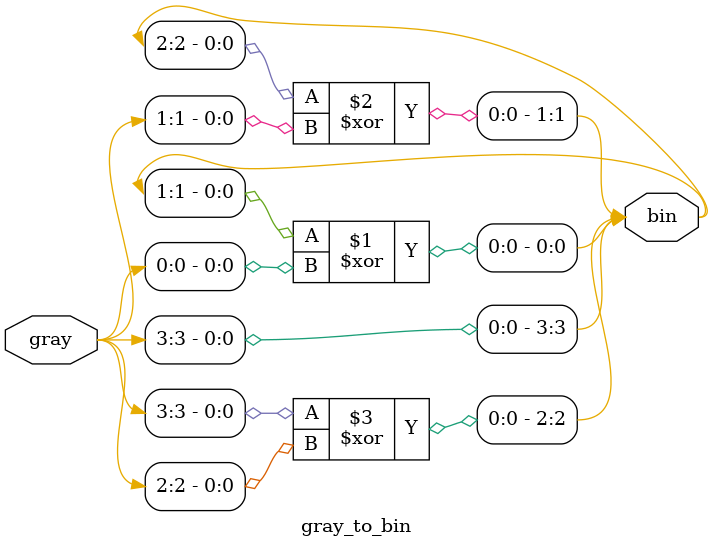
<source format=v>
module gray_to_bin(input [3:0] gray,output [3:0]bin);
  assign bin[3]=gray[3];
  genvar i;
  generate
    for(i=0;i<3;i++) begin
      assign bin[i]=bin[i+1]^gray[i];
    end
  endgenerate
endmodule

</source>
